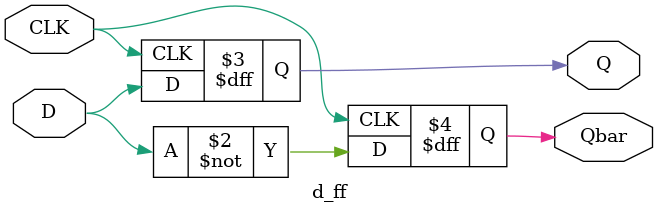
<source format=v>
/*
* D Flip-Flop
* (Source: technobyte.org)
*/
`timescale 10ps/10ps;
module d_ff (
    input wire D, CLK, /*RST,*/
    output reg Q, Qbar );

    always @(posedge CLK /*or posedge RST*/) 
    begin
        // if( RST == 1 ) begin
        //     #1; // Delay
        //     Q <= 0;
        //     Qbar <= 1;
        // end else begin 
        Q <= D; 
        Qbar <= ~D; 
        // end
    end 

endmodule
</source>
